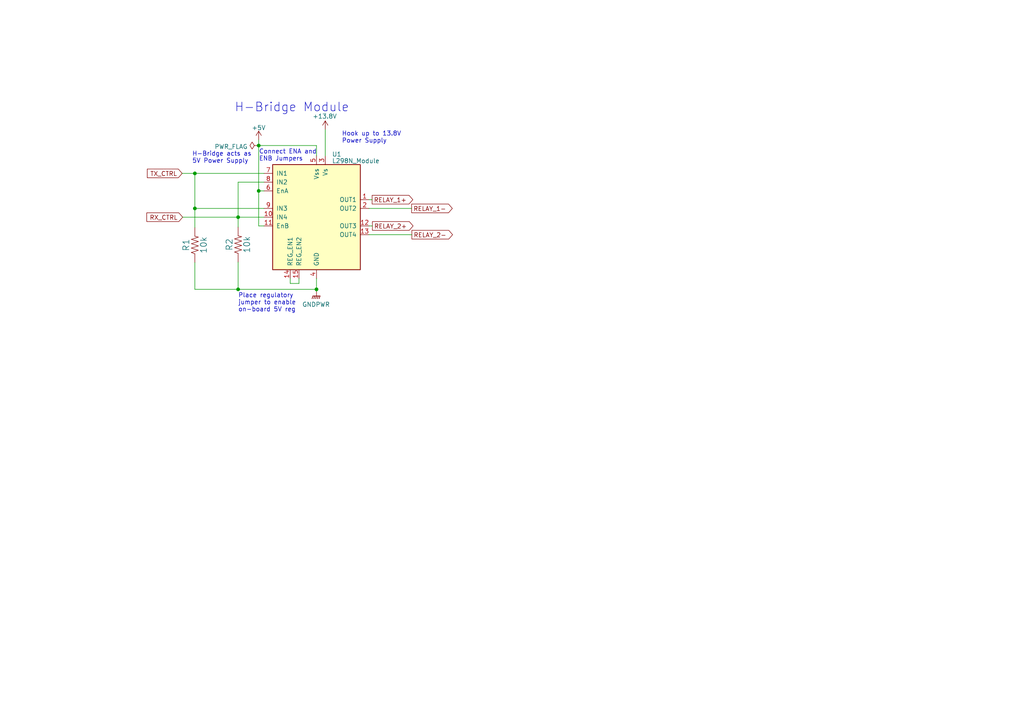
<source format=kicad_sch>
(kicad_sch (version 20230121) (generator eeschema)
  (paper "A4")
  (lib_symbols
    (symbol "mainboard:RESISTOR0603" (pin_names (offset 1.016))
      (property "Reference" "R" (at 0 1.524 0))
      (property "Value" "RESISTOR0603" (at 0 -1.524 0))
      (symbol "RESISTOR0603_1_0"
        (polyline (pts (xy -2.54 0) (xy -2.159 1.016)))
        (polyline (pts (xy -2.159 1.016) (xy -1.524 -1.016)))
        (polyline (pts (xy -1.524 -1.016) (xy -0.889 1.016)))
        (polyline (pts (xy -0.889 1.016) (xy -0.254 -1.016)))
        (polyline (pts (xy -0.254 -1.016) (xy 0.381 1.016)))
        (polyline (pts (xy 0.381 1.016) (xy 1.016 -1.016)))
        (polyline (pts (xy 1.016 -1.016) (xy 1.651 1.016)))
        (polyline (pts (xy 1.651 1.016) (xy 2.286 -1.016)))
        (polyline (pts (xy 2.286 -1.016) (xy 2.54 0)))
        (pin passive line (at -5.08 0 0) (length 2.54) (name "1") (number "1"))
        (pin passive line (at 5.08 0 180) (length 2.54) (name "2") (number "2"))
      )
    )
    (symbol "power:+5V" (power) (pin_names (offset 0))
      (property "Value" "+5V" (at 0 3.556 0))
      (symbol "+5V_0_1"
        (polyline (pts (xy -0.762 1.27) (xy 0 2.54)))
        (polyline (pts (xy 0 0) (xy 0 2.54)))
        (polyline (pts (xy 0 2.54) (xy 0.762 1.27)))
      )
      (symbol "+5V_1_1"
        (pin power_in line (at 0 0 90) (length 0) hide (name "+5V") (number "1"))
      )
    )
    (symbol "power:GNDPWR" (power) (pin_names (offset 0))
      (property "Value" "GNDPWR" (at 0 -3.302 0))
      (symbol "GNDPWR_0_1"
        (polyline (pts (xy 0 -1.27) (xy 0 0)))
        (polyline (pts (xy -1.016 -1.27) (xy -1.27 -2.032) (xy -1.27 -2.032)) (stroke (width 0.2032)))
        (polyline (pts (xy -0.508 -1.27) (xy -0.762 -2.032) (xy -0.762 -2.032)) (stroke (width 0.2032)))
        (polyline (pts (xy 0 -1.27) (xy -0.254 -2.032) (xy -0.254 -2.032)) (stroke (width 0.2032)))
        (polyline (pts (xy 0.508 -1.27) (xy 0.254 -2.032) (xy 0.254 -2.032)) (stroke (width 0.2032)))
        (polyline (pts (xy 1.016 -1.27) (xy -1.016 -1.27) (xy -1.016 -1.27)) (stroke (width 0.2032)))
        (polyline (pts (xy 1.016 -1.27) (xy 0.762 -2.032) (xy 0.762 -2.032) (xy 0.762 -2.032)) (stroke (width 0.2032)))
      )
      (symbol "GNDPWR_1_1"
        (pin power_in line (at 0 0 270) (length 0) hide (name "GNDPWR") (number "1"))
      )
    )
    (symbol "power:PWR_FLAG" (power) (pin_numbers hide) (pin_names (offset 0) hide)
      (property "Value" "PWR_FLAG" (at 0 3.81 0))
      (symbol "PWR_FLAG_0_0"
        (pin power_out line (at 0 0 90) (length 0) (name "pwr") (number "1"))
      )
      (symbol "PWR_FLAG_0_1"
        (polyline (pts (xy 0 0) (xy 0 1.27) (xy -1.016 1.905) (xy 0 2.54) (xy 1.016 1.905) (xy 0 1.27)))
      )
    )
    (symbol "rf:+13.8V" (power) (pin_names (offset 0))
      (property "Value" "+13.8V" (at 0 3.556 0))
      (symbol "+13.8V_0_1"
        (polyline (pts (xy -0.762 1.27) (xy 0 2.54)))
        (polyline (pts (xy 0 0) (xy 0 2.54)))
        (polyline (pts (xy 0 2.54) (xy 0.762 1.27)))
      )
      (symbol "+13.8V_1_1"
        (pin power_in line (at 0 0 90) (length 0) hide (name "+13.8V") (number "1"))
      )
    )
    (symbol "ssi_rf:L298N_Module" (pin_names (offset 1.016))
      (property "Reference" "U" (at -10.16 16.51 0))
      (property "Value" "L298N_Module" (at 17.78 16.51 0))
      (symbol "L298N_Module_0_1"
        (rectangle (start -12.7 15.24) (end 12.7 -15.24) (stroke (width 0.254)) (fill (type background)))
      )
      (symbol "L298N_Module_1_1"
        (pin output line (at 15.24 5.08 180) (length 2.54) (name "OUT1") (number "1"))
        (pin input line (at -15.24 0 0) (length 2.54) (name "IN4") (number "10"))
        (pin input line (at -15.24 -2.54 0) (length 2.54) (name "EnB") (number "11"))
        (pin output line (at 15.24 -2.54 180) (length 2.54) (name "OUT3") (number "12"))
        (pin output line (at 15.24 -5.08 180) (length 2.54) (name "OUT4") (number "13"))
        (pin output line (at -7.62 -17.78 90) (length 2.54) (name "REG_EN1") (number "14"))
        (pin input line (at -5.08 -17.78 90) (length 2.54) (name "REG_EN2") (number "15"))
        (pin output line (at 15.24 2.54 180) (length 2.54) (name "OUT2") (number "2"))
        (pin power_in line (at 2.54 17.78 270) (length 2.54) (name "Vs") (number "3"))
        (pin power_in line (at 0 -17.78 90) (length 2.54) (name "GND") (number "4"))
        (pin power_in line (at 0 17.78 270) (length 2.54) (name "Vss") (number "5"))
        (pin input line (at -15.24 7.62 0) (length 2.54) (name "EnA") (number "6"))
        (pin input line (at -15.24 12.7 0) (length 2.54) (name "IN1") (number "7"))
        (pin input line (at -15.24 10.16 0) (length 2.54) (name "IN2") (number "8"))
        (pin input line (at -15.24 2.54 0) (length 2.54) (name "IN3") (number "9"))
      )
    )
  )
  (junction (at 75.0316 42.2148))
  (junction (at 75.0316 55.372))
  (junction (at 56.515 50.292))
  (junction (at 69.0626 83.9216))
  (junction (at 56.515 60.452))
  (junction (at 69.0626 62.992))
  (junction (at 91.7956 83.9216))
  (wire (pts (xy 56.515 60.452) (xy 56.515 65.9892)))
  (wire (pts (xy 52.9844 62.992) (xy 69.0626 62.992)))
  (wire (pts (xy 56.515 60.452) (xy 76.5556 60.452)))
  (wire (pts (xy 75.0316 55.372) (xy 75.0316 42.2148)))
  (wire (pts (xy 107.0356 68.072) (xy 119.4562 68.072)))
  (wire (pts (xy 91.7956 83.9216) (xy 91.7956 84.582)))
  (wire (pts (xy 91.7956 80.772) (xy 91.7956 83.9216)))
  (wire (pts (xy 107.0356 65.532) (xy 108.0008 65.532)))
  (wire (pts (xy 75.0316 65.532) (xy 75.0316 55.372)))
  (wire (pts (xy 76.5556 52.832) (xy 69.0626 52.832)))
  (wire (pts (xy 69.0626 62.992) (xy 76.5556 62.992)))
  (wire (pts (xy 84.1756 82.2198) (xy 84.1756 80.772)))
  (wire (pts (xy 86.7156 82.2198) (xy 84.1756 82.2198)))
  (wire (pts (xy 69.0626 83.9216) (xy 91.7956 83.9216)))
  (wire (pts (xy 94.3356 37.592) (xy 94.3356 45.212)))
  (wire (pts (xy 107.0356 57.912) (xy 107.9246 57.912)))
  (wire (pts (xy 69.0626 52.832) (xy 69.0626 62.992)))
  (wire (pts (xy 69.0626 76.0222) (xy 69.0626 83.9216)))
  (wire (pts (xy 56.515 76.1492) (xy 56.515 83.9216)))
  (wire (pts (xy 69.0626 62.992) (xy 69.0626 65.8622)))
  (wire (pts (xy 86.7156 80.772) (xy 86.7156 82.2198)))
  (wire (pts (xy 75.0316 55.372) (xy 76.5556 55.372)))
  (wire (pts (xy 107.0356 60.452) (xy 119.38 60.452)))
  (wire (pts (xy 91.7956 45.212) (xy 91.7956 42.2148)))
  (wire (pts (xy 56.515 50.292) (xy 76.5556 50.292)))
  (wire (pts (xy 75.0316 42.2148) (xy 75.0316 40.5638)))
  (wire (pts (xy 56.515 83.9216) (xy 69.0626 83.9216)))
  (wire (pts (xy 76.5556 65.532) (xy 75.0316 65.532)))
  (wire (pts (xy 52.832 50.292) (xy 56.515 50.292)))
  (wire (pts (xy 91.7956 42.2148) (xy 75.0316 42.2148)))
  (wire (pts (xy 56.515 60.452) (xy 56.515 50.292)))
  (text "Connect ENA and\nENB Jumpers" (at 75.1078 46.8884 0) (effects (font (size 1.27 1.27)) (justify left bottom)))
  (text "H-Bridge Module" (at 67.9958 32.7152 0) (effects (font (size 2.54 2.54)) (justify left bottom)))
  (text "H-Bridge acts as\n5V Power Supply" (at 55.7276 47.5234 0) (effects (font (size 1.27 1.27)) (justify left bottom)))
  (text "Hook up to 13.8V\nPower Supply" (at 99.1362 41.6814 0) (effects (font (size 1.27 1.27)) (justify left bottom)))
  (text "Place regulatory\njumper to enable\non-board 5V reg" (at 69.088 90.6272 0) (effects (font (size 1.27 1.27)) (justify left bottom)))
  (global_label "TX_CTRL" (shape input) (at 52.832 50.292 180) (property "Intersheetrefs" "${INTERSHEET_REFS}" (effects hide)))
  (global_label "RELAY_1+" (shape output) (at 107.9246 57.912 0) (property "Intersheetrefs" "${INTERSHEET_REFS}" (effects hide)))
  (global_label "RELAY_2+" (shape output) (at 108.0008 65.532 0) (property "Intersheetrefs" "${INTERSHEET_REFS}" (effects hide)))
  (global_label "RELAY_1-" (shape output) (at 119.38 60.452 0) (property "Intersheetrefs" "${INTERSHEET_REFS}" (effects hide)))
  (global_label "RX_CTRL" (shape input) (at 52.9844 62.992 180) (property "Intersheetrefs" "${INTERSHEET_REFS}" (effects hide)))
  (global_label "RELAY_2-" (shape output) (at 119.4562 68.072 0) (property "Intersheetrefs" "${INTERSHEET_REFS}" (effects hide)))
  (symbol (lib_id "power:PWR_FLAG") (at 75.0316 42.2148 90) (unit 1)
    (property "Reference" "#FLG01" (effects hide))
    (property "Value" "PWR_FLAG" (at 71.8567 42.5316 90) (effects (justify left)))
  )
  (symbol (lib_id "rf:+13.8V") (at 94.3356 37.592 0) (unit 1)
    (property "Reference" "#PWR03" (effects hide))
    (property "Value" "+13.8V" (at 94.1832 33.7312 0))
  )
  (symbol (lib_id "power:GNDPWR") (at 91.7956 84.582 0) (unit 1)
    (property "Reference" "#PWR02" (effects hide))
    (property "Value" "GNDPWR" (at 91.6686 88.3111 0))
  )
  (symbol (lib_id "ssi_rf:L298N_Module") (at 91.7956 62.992 0) (unit 1)
    (property "Reference" "U1" (at 96.2915 44.7421 0) (effects (justify left)))
    (property "Value" "L298N_Module" (at 96.2915 46.6631 0) (effects (justify left)))
    (property "Datasheet" "https://lastminuteengineers.com/l298n-dc-stepper-driver-arduino-tutorial/" (effects hide))
  )
  (symbol (lib_id "mainboard:RESISTOR0603") (at 69.0626 70.9422 90) (unit 1)
    (property "Reference" "R2" (at 67.5386 70.9422 0) (effects (font (size 1.778 1.778)) (justify bottom)))
    (property "Value" "10k" (at 70.5866 70.9422 0) (effects (font (size 1.778 1.778)) (justify top)))
    (property "Footprint" "Resistor_SMD:R_0603_1608Metric" (effects hide))
    (property "Description" "10k 0603" (effects hide))
  )
  (symbol (lib_id "power:+5V") (at 75.0316 40.5638 0) (unit 1)
    (property "Reference" "#PWR01" (effects hide))
    (property "Value" "+5V" (at 75.0316 37.0619 0))
  )
  (symbol (lib_id "mainboard:RESISTOR0603") (at 56.515 71.0692 90) (unit 1)
    (property "Reference" "R1" (at 54.991 71.0692 0) (effects (font (size 1.778 1.778)) (justify bottom)))
    (property "Value" "10k" (at 58.039 71.0692 0) (effects (font (size 1.778 1.778)) (justify top)))
    (property "Footprint" "Resistor_SMD:R_0603_1608Metric" (effects hide))
    (property "Description" "10k 0603" (effects hide))
  )
)
</source>
